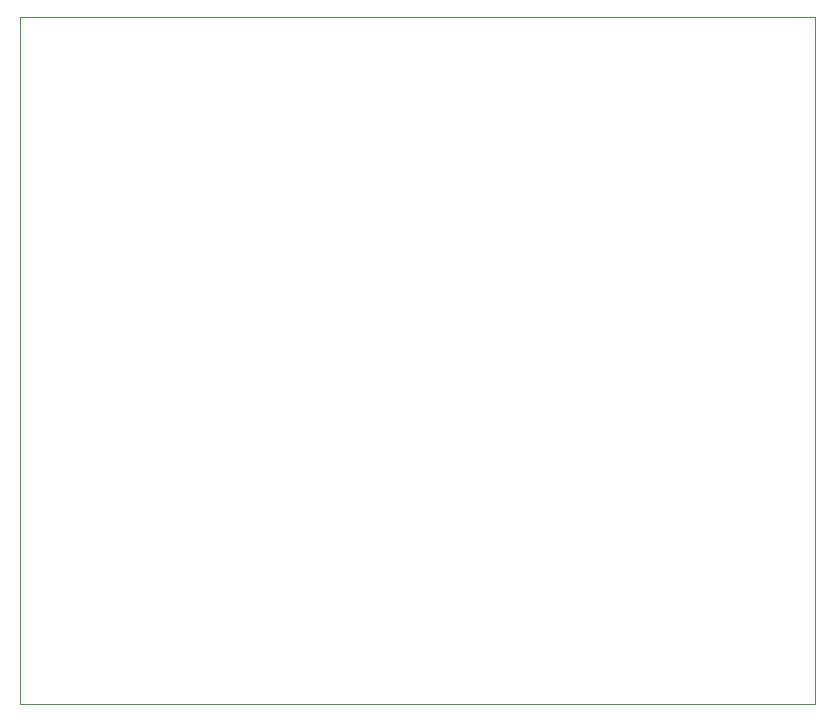
<source format=gm1>
G04 #@! TF.GenerationSoftware,KiCad,Pcbnew,(6.0.5)*
G04 #@! TF.CreationDate,2023-08-20T17:12:43+02:00*
G04 #@! TF.ProjectId,kicad-c128keyb,6b696361-642d-4633-9132-386b6579622e,rev?*
G04 #@! TF.SameCoordinates,Original*
G04 #@! TF.FileFunction,Profile,NP*
%FSLAX46Y46*%
G04 Gerber Fmt 4.6, Leading zero omitted, Abs format (unit mm)*
G04 Created by KiCad (PCBNEW (6.0.5)) date 2023-08-20 17:12:43*
%MOMM*%
%LPD*%
G01*
G04 APERTURE LIST*
G04 #@! TA.AperFunction,Profile*
%ADD10C,0.050000*%
G04 #@! TD*
G04 APERTURE END LIST*
D10*
X161311590Y-119068310D02*
X93980000Y-119068310D01*
X93980000Y-119068310D02*
X93980000Y-60960000D01*
X93980000Y-60960000D02*
X161311590Y-60960000D01*
X161311590Y-60960000D02*
X161311590Y-119068310D01*
M02*

</source>
